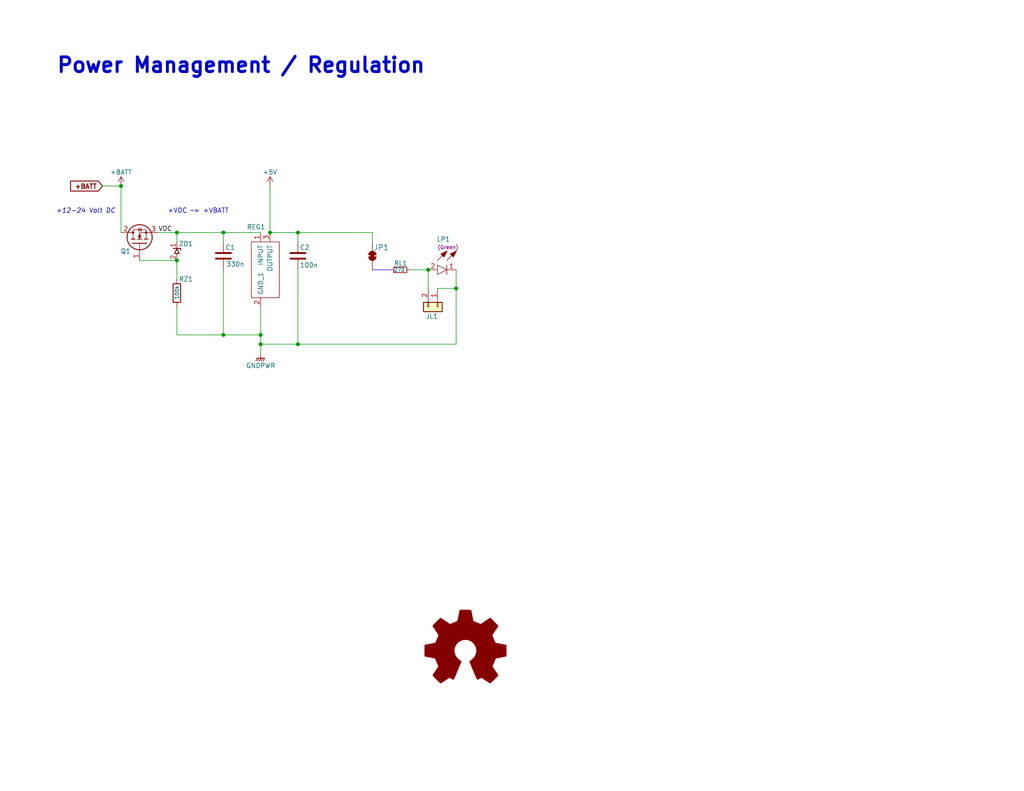
<source format=kicad_sch>
(kicad_sch (version 20211123) (generator eeschema)

  (uuid 2bae734b-43db-4e3c-b323-f361343f940f)

  (paper "USLetter")

  (title_block
    (date "2023-01-29")
    (rev "0.0.10")
    (comment 2 "creativecommons.org/licenses/by/4.0/")
    (comment 3 "License: CC By 4.0")
    (comment 4 "Author: Michael Cummings")
    (comment 5 "https://ohwr.org/project/cernohl/wikis/Documents/CERN-OHL-version-2")
    (comment 6 "Hardware License: CERN-OHL-W")
  )

  (lib_symbols
    (symbol "Connector_Generic:Conn_01x02" (pin_names (offset 1.016) hide) (in_bom yes) (on_board yes)
      (property "Reference" "J" (id 0) (at 0 2.54 0)
        (effects (font (size 1.27 1.27)))
      )
      (property "Value" "Conn_01x02" (id 1) (at 0 -5.08 0)
        (effects (font (size 1.27 1.27)))
      )
      (property "Footprint" "" (id 2) (at 0 0 0)
        (effects (font (size 1.27 1.27)) hide)
      )
      (property "Datasheet" "~" (id 3) (at 0 0 0)
        (effects (font (size 1.27 1.27)) hide)
      )
      (property "ki_keywords" "connector" (id 4) (at 0 0 0)
        (effects (font (size 1.27 1.27)) hide)
      )
      (property "ki_description" "Generic connector, single row, 01x02, script generated (kicad-library-utils/schlib/autogen/connector/)" (id 5) (at 0 0 0)
        (effects (font (size 1.27 1.27)) hide)
      )
      (property "ki_fp_filters" "Connector*:*_1x??_*" (id 6) (at 0 0 0)
        (effects (font (size 1.27 1.27)) hide)
      )
      (symbol "Conn_01x02_1_1"
        (rectangle (start -1.27 -2.413) (end 0 -2.667)
          (stroke (width 0.1524) (type default) (color 0 0 0 0))
          (fill (type none))
        )
        (rectangle (start -1.27 0.127) (end 0 -0.127)
          (stroke (width 0.1524) (type default) (color 0 0 0 0))
          (fill (type none))
        )
        (rectangle (start -1.27 1.27) (end 1.27 -3.81)
          (stroke (width 0.254) (type default) (color 0 0 0 0))
          (fill (type background))
        )
        (pin passive line (at -5.08 0 0) (length 3.81)
          (name "Pin_1" (effects (font (size 1.27 1.27))))
          (number "1" (effects (font (size 1.27 1.27))))
        )
        (pin passive line (at -5.08 -2.54 0) (length 3.81)
          (name "Pin_2" (effects (font (size 1.27 1.27))))
          (number "2" (effects (font (size 1.27 1.27))))
        )
      )
    )
    (symbol "Device:C" (pin_numbers hide) (pin_names (offset 0.254)) (in_bom yes) (on_board yes)
      (property "Reference" "C" (id 0) (at 0.635 2.54 0)
        (effects (font (size 1.27 1.27)) (justify left))
      )
      (property "Value" "C" (id 1) (at 0.635 -2.54 0)
        (effects (font (size 1.27 1.27)) (justify left))
      )
      (property "Footprint" "" (id 2) (at 0.9652 -3.81 0)
        (effects (font (size 1.27 1.27)) hide)
      )
      (property "Datasheet" "~" (id 3) (at 0 0 0)
        (effects (font (size 1.27 1.27)) hide)
      )
      (property "ki_keywords" "cap capacitor" (id 4) (at 0 0 0)
        (effects (font (size 1.27 1.27)) hide)
      )
      (property "ki_description" "Unpolarized capacitor" (id 5) (at 0 0 0)
        (effects (font (size 1.27 1.27)) hide)
      )
      (property "ki_fp_filters" "C_*" (id 6) (at 0 0 0)
        (effects (font (size 1.27 1.27)) hide)
      )
      (symbol "C_0_1"
        (polyline
          (pts
            (xy -2.032 -0.762)
            (xy 2.032 -0.762)
          )
          (stroke (width 0.508) (type default) (color 0 0 0 0))
          (fill (type none))
        )
        (polyline
          (pts
            (xy -2.032 0.762)
            (xy 2.032 0.762)
          )
          (stroke (width 0.508) (type default) (color 0 0 0 0))
          (fill (type none))
        )
      )
      (symbol "C_1_1"
        (pin passive line (at 0 3.81 270) (length 2.794)
          (name "~" (effects (font (size 1.27 1.27))))
          (number "1" (effects (font (size 1.27 1.27))))
        )
        (pin passive line (at 0 -3.81 90) (length 2.794)
          (name "~" (effects (font (size 1.27 1.27))))
          (number "2" (effects (font (size 1.27 1.27))))
        )
      )
    )
    (symbol "Device:R" (pin_numbers hide) (pin_names (offset 0)) (in_bom yes) (on_board yes)
      (property "Reference" "R" (id 0) (at 2.032 0 90)
        (effects (font (size 1.27 1.27)))
      )
      (property "Value" "R" (id 1) (at 0 0 90)
        (effects (font (size 1.27 1.27)))
      )
      (property "Footprint" "" (id 2) (at -1.778 0 90)
        (effects (font (size 1.27 1.27)) hide)
      )
      (property "Datasheet" "~" (id 3) (at 0 0 0)
        (effects (font (size 1.27 1.27)) hide)
      )
      (property "ki_keywords" "R res resistor" (id 4) (at 0 0 0)
        (effects (font (size 1.27 1.27)) hide)
      )
      (property "ki_description" "Resistor" (id 5) (at 0 0 0)
        (effects (font (size 1.27 1.27)) hide)
      )
      (property "ki_fp_filters" "R_*" (id 6) (at 0 0 0)
        (effects (font (size 1.27 1.27)) hide)
      )
      (symbol "R_0_1"
        (rectangle (start -1.016 -2.54) (end 1.016 2.54)
          (stroke (width 0.254) (type default) (color 0 0 0 0))
          (fill (type none))
        )
      )
      (symbol "R_1_1"
        (pin passive line (at 0 3.81 270) (length 1.27)
          (name "~" (effects (font (size 1.27 1.27))))
          (number "1" (effects (font (size 1.27 1.27))))
        )
        (pin passive line (at 0 -3.81 90) (length 1.27)
          (name "~" (effects (font (size 1.27 1.27))))
          (number "2" (effects (font (size 1.27 1.27))))
        )
      )
    )
    (symbol "Device:R_Small" (pin_numbers hide) (pin_names (offset 0.254) hide) (in_bom yes) (on_board yes)
      (property "Reference" "R" (id 0) (at 0.762 0.508 0)
        (effects (font (size 1.27 1.27)) (justify left))
      )
      (property "Value" "R_Small" (id 1) (at 0.762 -1.016 0)
        (effects (font (size 1.27 1.27)) (justify left))
      )
      (property "Footprint" "" (id 2) (at 0 0 0)
        (effects (font (size 1.27 1.27)) hide)
      )
      (property "Datasheet" "~" (id 3) (at 0 0 0)
        (effects (font (size 1.27 1.27)) hide)
      )
      (property "ki_keywords" "R resistor" (id 4) (at 0 0 0)
        (effects (font (size 1.27 1.27)) hide)
      )
      (property "ki_description" "Resistor, small symbol" (id 5) (at 0 0 0)
        (effects (font (size 1.27 1.27)) hide)
      )
      (property "ki_fp_filters" "R_*" (id 6) (at 0 0 0)
        (effects (font (size 1.27 1.27)) hide)
      )
      (symbol "R_Small_0_1"
        (rectangle (start -0.762 1.778) (end 0.762 -1.778)
          (stroke (width 0.2032) (type default) (color 0 0 0 0))
          (fill (type none))
        )
      )
      (symbol "R_Small_1_1"
        (pin passive line (at 0 2.54 270) (length 0.762)
          (name "~" (effects (font (size 1.27 1.27))))
          (number "1" (effects (font (size 1.27 1.27))))
        )
        (pin passive line (at 0 -2.54 90) (length 0.762)
          (name "~" (effects (font (size 1.27 1.27))))
          (number "2" (effects (font (size 1.27 1.27))))
        )
      )
    )
    (symbol "Graphic:Logo_Open_Hardware_Large" (pin_names (offset 1.016)) (in_bom yes) (on_board yes)
      (property "Reference" "#LOGO" (id 0) (at 0 12.7 0)
        (effects (font (size 1.27 1.27)) hide)
      )
      (property "Value" "Logo_Open_Hardware_Large" (id 1) (at 0 -10.16 0)
        (effects (font (size 1.27 1.27)) hide)
      )
      (property "Footprint" "" (id 2) (at 0 0 0)
        (effects (font (size 1.27 1.27)) hide)
      )
      (property "Datasheet" "~" (id 3) (at 0 0 0)
        (effects (font (size 1.27 1.27)) hide)
      )
      (property "ki_keywords" "Logo" (id 4) (at 0 0 0)
        (effects (font (size 1.27 1.27)) hide)
      )
      (property "ki_description" "Open Hardware logo, large" (id 5) (at 0 0 0)
        (effects (font (size 1.27 1.27)) hide)
      )
      (symbol "Logo_Open_Hardware_Large_1_1"
        (polyline
          (pts
            (xy 6.731 -8.7122)
            (xy 6.6294 -8.6614)
            (xy 6.35 -8.4836)
            (xy 5.9944 -8.255)
            (xy 5.5372 -7.9502)
            (xy 5.1054 -7.6454)
            (xy 4.7498 -7.4168)
            (xy 4.4958 -7.239)
            (xy 4.3942 -7.1882)
            (xy 4.318 -7.2136)
            (xy 4.1148 -7.3152)
            (xy 3.81 -7.4676)
            (xy 3.6322 -7.5692)
            (xy 3.3528 -7.6708)
            (xy 3.2258 -7.6962)
            (xy 3.2004 -7.6708)
            (xy 3.0988 -7.4676)
            (xy 2.9464 -7.0866)
            (xy 2.7178 -6.604)
            (xy 2.4892 -6.0452)
            (xy 2.2352 -5.4356)
            (xy 1.9558 -4.826)
            (xy 1.7272 -4.2164)
            (xy 1.4986 -3.683)
            (xy 1.3208 -3.2512)
            (xy 1.2192 -2.9464)
            (xy 1.1684 -2.8194)
            (xy 1.1938 -2.794)
            (xy 1.3208 -2.667)
            (xy 1.5748 -2.4892)
            (xy 2.0828 -2.0574)
            (xy 2.6162 -1.397)
            (xy 2.921 -0.6604)
            (xy 3.048 0.1524)
            (xy 2.9464 0.9144)
            (xy 2.6416 1.6256)
            (xy 2.1336 2.286)
            (xy 1.524 2.7686)
            (xy 0.8128 3.0734)
            (xy 0 3.175)
            (xy -0.762 3.0988)
            (xy -1.4986 2.794)
            (xy -2.159 2.286)
            (xy -2.4384 1.9812)
            (xy -2.8194 1.3208)
            (xy -3.048 0.6096)
            (xy -3.0734 0.4318)
            (xy -3.0226 -0.3556)
            (xy -2.794 -1.0922)
            (xy -2.3876 -1.7526)
            (xy -1.8288 -2.3114)
            (xy -1.7526 -2.3622)
            (xy -1.4732 -2.5654)
            (xy -1.2954 -2.6924)
            (xy -1.1684 -2.8194)
            (xy -2.159 -5.207)
            (xy -2.3114 -5.588)
            (xy -2.5908 -6.2484)
            (xy -2.8194 -6.8072)
            (xy -3.0226 -7.2644)
            (xy -3.1496 -7.5692)
            (xy -3.2258 -7.6708)
            (xy -3.2258 -7.6962)
            (xy -3.302 -7.6962)
            (xy -3.4798 -7.6454)
            (xy -3.8354 -7.4676)
            (xy -4.0386 -7.366)
            (xy -4.2926 -7.239)
            (xy -4.4196 -7.1882)
            (xy -4.5212 -7.239)
            (xy -4.7498 -7.3914)
            (xy -5.1054 -7.6454)
            (xy -5.5372 -7.9248)
            (xy -5.9436 -8.2042)
            (xy -6.3246 -8.4582)
            (xy -6.604 -8.636)
            (xy -6.731 -8.7122)
            (xy -6.7564 -8.7122)
            (xy -6.858 -8.636)
            (xy -7.0866 -8.4582)
            (xy -7.4168 -8.1534)
            (xy -7.874 -7.6962)
            (xy -7.9502 -7.62)
            (xy -8.3312 -7.239)
            (xy -8.636 -6.9088)
            (xy -8.8392 -6.6802)
            (xy -8.9154 -6.5786)
            (xy -8.9154 -6.5786)
            (xy -8.8392 -6.4516)
            (xy -8.6614 -6.1722)
            (xy -8.4328 -5.7912)
            (xy -8.128 -5.3594)
            (xy -7.3152 -4.191)
            (xy -7.7724 -3.0988)
            (xy -7.8994 -2.7686)
            (xy -8.0772 -2.3622)
            (xy -8.2042 -2.0828)
            (xy -8.255 -1.9558)
            (xy -8.382 -1.905)
            (xy -8.6614 -1.8542)
            (xy -9.0932 -1.7526)
            (xy -9.6266 -1.651)
            (xy -10.1092 -1.5748)
            (xy -10.541 -1.4732)
            (xy -10.8712 -1.4224)
            (xy -11.0236 -1.397)
            (xy -11.049 -1.3716)
            (xy -11.0744 -1.2954)
            (xy -11.0998 -1.143)
            (xy -11.0998 -0.889)
            (xy -11.1252 -0.4572)
            (xy -11.1252 0.1524)
            (xy -11.1252 0.2286)
            (xy -11.0998 0.8128)
            (xy -11.0998 1.27)
            (xy -11.0744 1.5494)
            (xy -11.0744 1.6764)
            (xy -11.0744 1.6764)
            (xy -10.922 1.7018)
            (xy -10.6172 1.778)
            (xy -10.16 1.8542)
            (xy -9.652 1.9558)
            (xy -9.6012 1.9812)
            (xy -9.0932 2.0828)
            (xy -8.636 2.159)
            (xy -8.3312 2.2352)
            (xy -8.2042 2.286)
            (xy -8.1788 2.3114)
            (xy -8.0772 2.5146)
            (xy -7.9248 2.8448)
            (xy -7.747 3.2512)
            (xy -7.5692 3.6576)
            (xy -7.4168 4.0386)
            (xy -7.3152 4.318)
            (xy -7.2898 4.445)
            (xy -7.2898 4.445)
            (xy -7.366 4.572)
            (xy -7.5438 4.826)
            (xy -7.7978 5.207)
            (xy -8.128 5.6642)
            (xy -8.128 5.6896)
            (xy -8.4328 6.1468)
            (xy -8.6868 6.5278)
            (xy -8.8392 6.7818)
            (xy -8.9154 6.9088)
            (xy -8.9154 6.9088)
            (xy -8.8138 7.0358)
            (xy -8.5852 7.2898)
            (xy -8.255 7.6454)
            (xy -7.874 8.0264)
            (xy -7.747 8.1534)
            (xy -7.3152 8.5852)
            (xy -7.0104 8.8646)
            (xy -6.8326 8.9916)
            (xy -6.731 9.0424)
            (xy -6.731 9.0424)
            (xy -6.604 8.9408)
            (xy -6.3246 8.763)
            (xy -5.9436 8.509)
            (xy -5.4864 8.2042)
            (xy -5.461 8.1788)
            (xy -5.0038 7.874)
            (xy -4.6482 7.62)
            (xy -4.3688 7.4422)
            (xy -4.2672 7.3914)
            (xy -4.2418 7.3914)
            (xy -4.064 7.4422)
            (xy -3.7338 7.5438)
            (xy -3.3528 7.6962)
            (xy -2.9464 7.874)
            (xy -2.5654 8.0264)
            (xy -2.286 8.1534)
            (xy -2.159 8.2296)
            (xy -2.159 8.2296)
            (xy -2.1082 8.382)
            (xy -2.032 8.7122)
            (xy -1.9304 9.1694)
            (xy -1.8288 9.7282)
            (xy -1.8034 9.8044)
            (xy -1.7018 10.3378)
            (xy -1.6256 10.7696)
            (xy -1.5748 11.0744)
            (xy -1.524 11.2014)
            (xy -1.4478 11.2268)
            (xy -1.1938 11.2522)
            (xy -0.8128 11.2522)
            (xy -0.3302 11.2522)
            (xy 0.1524 11.2522)
            (xy 0.6604 11.2522)
            (xy 1.0668 11.2268)
            (xy 1.3716 11.2014)
            (xy 1.4986 11.176)
            (xy 1.4986 11.176)
            (xy 1.5494 11.0236)
            (xy 1.6256 10.6934)
            (xy 1.7018 10.2108)
            (xy 1.8288 9.6774)
            (xy 1.8288 9.5758)
            (xy 1.9304 9.0424)
            (xy 2.032 8.6106)
            (xy 2.0828 8.3058)
            (xy 2.1336 8.2042)
            (xy 2.159 8.1788)
            (xy 2.3876 8.0772)
            (xy 2.7432 7.9248)
            (xy 3.175 7.747)
            (xy 4.191 7.3406)
            (xy 5.461 8.2042)
            (xy 5.5626 8.2804)
            (xy 6.0198 8.5852)
            (xy 6.3754 8.8392)
            (xy 6.6294 8.9916)
            (xy 6.7564 9.0424)
            (xy 6.7564 9.0424)
            (xy 6.8834 8.9408)
            (xy 7.1374 8.7122)
            (xy 7.4676 8.382)
            (xy 7.8486 7.9756)
            (xy 8.1534 7.6962)
            (xy 8.4836 7.3406)
            (xy 8.7122 7.112)
            (xy 8.8392 6.9596)
            (xy 8.8646 6.858)
            (xy 8.8646 6.8072)
            (xy 8.7884 6.6802)
            (xy 8.6106 6.4008)
            (xy 8.3312 6.0198)
            (xy 8.0264 5.588)
            (xy 7.7978 5.207)
            (xy 7.5184 4.8006)
            (xy 7.3406 4.4958)
            (xy 7.2898 4.3434)
            (xy 7.2898 4.2926)
            (xy 7.3914 4.0386)
            (xy 7.5184 3.683)
            (xy 7.7216 3.2258)
            (xy 8.1534 2.2352)
            (xy 8.7884 2.1082)
            (xy 9.1948 2.0574)
            (xy 9.7536 1.9304)
            (xy 10.2616 1.8288)
            (xy 11.0998 1.6764)
            (xy 11.1252 -1.3208)
            (xy 10.9982 -1.3716)
            (xy 10.8712 -1.397)
            (xy 10.5664 -1.4732)
            (xy 10.1346 -1.5494)
            (xy 9.6266 -1.651)
            (xy 9.1948 -1.7272)
            (xy 8.7376 -1.8288)
            (xy 8.4328 -1.8796)
            (xy 8.2804 -1.905)
            (xy 8.255 -1.9558)
            (xy 8.1534 -2.159)
            (xy 7.9756 -2.5146)
            (xy 7.8232 -2.921)
            (xy 7.6454 -3.3274)
            (xy 7.493 -3.7338)
            (xy 7.366 -4.0132)
            (xy 7.3406 -4.191)
            (xy 7.3914 -4.2926)
            (xy 7.5692 -4.5466)
            (xy 7.7978 -4.9276)
            (xy 8.1026 -5.3594)
            (xy 8.4074 -5.7912)
            (xy 8.6614 -6.1722)
            (xy 8.8138 -6.4262)
            (xy 8.89 -6.5532)
            (xy 8.8646 -6.6548)
            (xy 8.6868 -6.858)
            (xy 8.3566 -7.1882)
            (xy 7.874 -7.6708)
            (xy 7.7978 -7.747)
            (xy 7.3914 -8.128)
            (xy 7.0612 -8.4328)
            (xy 6.8326 -8.636)
            (xy 6.731 -8.7122)
          )
          (stroke (width 0) (type default) (color 0 0 0 0))
          (fill (type outline))
        )
      )
    )
    (symbol "Jumper:SolderJumper_2_Bridged" (pin_numbers hide) (pin_names (offset 0) hide) (in_bom yes) (on_board yes)
      (property "Reference" "JP" (id 0) (at 0 2.032 0)
        (effects (font (size 1.27 1.27)))
      )
      (property "Value" "SolderJumper_2_Bridged" (id 1) (at 0 -2.54 0)
        (effects (font (size 1.27 1.27)))
      )
      (property "Footprint" "" (id 2) (at 0 0 0)
        (effects (font (size 1.27 1.27)) hide)
      )
      (property "Datasheet" "~" (id 3) (at 0 0 0)
        (effects (font (size 1.27 1.27)) hide)
      )
      (property "ki_keywords" "solder jumper SPST" (id 4) (at 0 0 0)
        (effects (font (size 1.27 1.27)) hide)
      )
      (property "ki_description" "Solder Jumper, 2-pole, closed/bridged" (id 5) (at 0 0 0)
        (effects (font (size 1.27 1.27)) hide)
      )
      (property "ki_fp_filters" "SolderJumper*Bridged*" (id 6) (at 0 0 0)
        (effects (font (size 1.27 1.27)) hide)
      )
      (symbol "SolderJumper_2_Bridged_0_1"
        (rectangle (start -0.508 0.508) (end 0.508 -0.508)
          (stroke (width 0) (type default) (color 0 0 0 0))
          (fill (type outline))
        )
        (arc (start -0.254 1.016) (mid -1.27 0) (end -0.254 -1.016)
          (stroke (width 0) (type default) (color 0 0 0 0))
          (fill (type none))
        )
        (arc (start -0.254 1.016) (mid -1.27 0) (end -0.254 -1.016)
          (stroke (width 0) (type default) (color 0 0 0 0))
          (fill (type outline))
        )
        (polyline
          (pts
            (xy -0.254 1.016)
            (xy -0.254 -1.016)
          )
          (stroke (width 0) (type default) (color 0 0 0 0))
          (fill (type none))
        )
        (polyline
          (pts
            (xy 0.254 1.016)
            (xy 0.254 -1.016)
          )
          (stroke (width 0) (type default) (color 0 0 0 0))
          (fill (type none))
        )
        (arc (start 0.254 -1.016) (mid 1.27 0) (end 0.254 1.016)
          (stroke (width 0) (type default) (color 0 0 0 0))
          (fill (type none))
        )
        (arc (start 0.254 -1.016) (mid 1.27 0) (end 0.254 1.016)
          (stroke (width 0) (type default) (color 0 0 0 0))
          (fill (type outline))
        )
      )
      (symbol "SolderJumper_2_Bridged_1_1"
        (pin passive line (at -3.81 0 0) (length 2.54)
          (name "A" (effects (font (size 1.27 1.27))))
          (number "1" (effects (font (size 1.27 1.27))))
        )
        (pin passive line (at 3.81 0 180) (length 2.54)
          (name "B" (effects (font (size 1.27 1.27))))
          (number "2" (effects (font (size 1.27 1.27))))
        )
      )
    )
    (symbol "dragon_mobile:BZD27C10P-M3-08" (pin_names (offset 0.254)) (in_bom yes) (on_board yes)
      (property "Reference" "ZD" (id 0) (at 0 2.286 0)
        (effects (font (size 1.27 1.27)))
      )
      (property "Value" "BZD27C10P-M3-08" (id 1) (at 19.685 -5.715 0)
        (effects (font (size 1.27 1.27)) hide)
      )
      (property "Footprint" "Picow_control:BZD27C10P-M3-08" (id 2) (at 10.16 -7.62 0)
        (effects (font (size 1.27 1.27)) (justify left) hide)
      )
      (property "Datasheet" "https://www.vishay.com/docs/85155/bzd27c-mseries.pdf" (id 3) (at 10.16 -10.16 0)
        (effects (font (size 1.27 1.27)) (justify left) hide)
      )
      (property "Description" "ZENER DIODE 10V SMF DO219-M3" (id 4) (at 10.16 -12.7 0)
        (effects (font (size 1.27 1.27)) (justify left) hide)
      )
      (property "MFN" "Vishay Semiconductors" (id 5) (at 10.16 -15.24 0)
        (effects (font (size 1.27 1.27)) (justify left) hide)
      )
      (property "MFP" "BZD27C10P-M3-08" (id 6) (at 10.16 -17.78 0)
        (effects (font (size 1.27 1.27)) (justify left) hide)
      )
      (property "Package" "SMF (DO-219AB)" (id 7) (at 10.16 -20.32 0)
        (effects (font (size 1.27 1.27)) (justify left) hide)
      )
      (property "Type" "SMD" (id 8) (at 10.16 -22.86 0)
        (effects (font (size 1.27 1.27)) (justify left) hide)
      )
      (property "Your Instructions/Notes" "" (id 9) (at 0 0 0)
        (effects (font (size 1.27 1.27)) (justify left) hide)
      )
      (property "Characteristics" "10V 800mW" (id 10) (at 10.16 -25.4 0)
        (effects (font (size 1.27 1.27)) (justify left) hide)
      )
      (property "Height (mm)" "1.08" (id 11) (at 10.16 -27.94 0)
        (effects (font (size 1.27 1.27)) (justify left) hide)
      )
      (property "Mouser Part Number" "78-BZD27C10P-M3-08" (id 12) (at 10.16 -30.48 0)
        (effects (font (size 1.27 1.27)) (justify left) hide)
      )
      (property "Mouser Price/Stock" "https://www.mouser.com/ProductDetail/Vishay-Semiconductors/BZD27C10P-M3-08?qs=asPD7ZL2j3UxMjkDKVygLw%3D%3D" (id 13) (at 10.16 -33.02 0)
        (effects (font (size 1.27 1.27)) (justify left) hide)
      )
      (property "ki_keywords" "diode, zener diode" (id 14) (at 0 0 0)
        (effects (font (size 1.27 1.27)) hide)
      )
      (property "ki_description" "Zener diode, 10V 800mW SMF (SO219-AB" (id 15) (at 0 0 0)
        (effects (font (size 1.27 1.27)) hide)
      )
      (property "ki_fp_filters" "TO-???* *_Diode_* *SingleDiode* D_*" (id 16) (at 0 0 0)
        (effects (font (size 1.27 1.27)) hide)
      )
      (symbol "BZD27C10P-M3-08_0_1"
        (polyline
          (pts
            (xy -0.254 1.016)
            (xy -0.762 1.016)
            (xy -0.762 -1.016)
          )
          (stroke (width 0.254) (type default) (color 0 0 0 0))
          (fill (type none))
        )
        (polyline
          (pts
            (xy 0.635 0.635)
            (xy -0.635 0)
            (xy 0.635 -0.635)
            (xy 0.635 0.635)
          )
          (stroke (width 0.254) (type default) (color 0 0 0 0))
          (fill (type none))
        )
      )
      (symbol "BZD27C10P-M3-08_1_1"
        (pin passive line (at -2.54 0 0) (length 1.778)
          (name "" (effects (font (size 1.27 1.27))))
          (number "1" (effects (font (size 1.27 1.27))))
        )
        (pin passive line (at 2.54 0 180) (length 1.778)
          (name "" (effects (font (size 1.27 1.27))))
          (number "2" (effects (font (size 1.27 1.27))))
        )
      )
    )
    (symbol "dragon_mobile:IRF4905PBF" (pin_names (offset 0.762)) (in_bom yes) (on_board yes)
      (property "Reference" "Q" (id 0) (at 0 -1.905 0)
        (effects (font (size 1.27 1.27)))
      )
      (property "Value" "IRF4905PBF" (id 1) (at 11.43 1.27 0)
        (effects (font (size 1.27 1.27)) (justify left))
      )
      (property "Footprint" "dragon_mobile:TO254P469X1042X1967-3P" (id 2) (at 11.43 -3.81 0)
        (effects (font (size 1.27 1.27)) (justify left) hide)
      )
      (property "Datasheet" "https://datasheet.datasheetarchive.com/originals/distributors/Datasheets_SAMA/e52aa5f51fe2980ce3912b85b4d53dd4.pdf" (id 3) (at 11.43 -6.35 0)
        (effects (font (size 1.27 1.27)) (justify left) hide)
      )
      (property "Description" "P-channel MOSFET,IRF4905 64A 55V" (id 4) (at 11.43 -8.89 0)
        (effects (font (size 1.27 1.27)) (justify left) hide)
      )
      (property "Manufacturer_Name" "Infineon" (id 5) (at 11.43 -19.05 0)
        (effects (font (size 1.27 1.27)) (justify left) hide)
      )
      (property "Manufacturer_Part_Number" "IRF4905PBF" (id 6) (at 11.43 -21.59 0)
        (effects (font (size 1.27 1.27)) (justify left) hide)
      )
      (property "Height (mm)" "4.69" (id 7) (at 11.43 -11.43 0)
        (effects (font (size 1.27 1.27)) (justify left) hide)
      )
      (property "Mouser Part Number" "942-IRF4905PBF" (id 8) (at 11.43 -13.97 0)
        (effects (font (size 1.27 1.27)) (justify left) hide)
      )
      (property "Mouser Price/Stock" "https://www.mouser.com/ProductDetail/Infineon-IR/IRF4905PBF?qs=9%252BKlkBgLFf39l0HsWdxvdw%3D%3D" (id 9) (at 11.43 -16.51 0)
        (effects (font (size 1.27 1.27)) (justify left) hide)
      )
      (property "ki_keywords" "fet mosfet transistor" (id 10) (at 0 0 0)
        (effects (font (size 1.27 1.27)) hide)
      )
      (property "ki_description" "P-channel MOSFET,IRF4905 64A 55V" (id 11) (at 0 0 0)
        (effects (font (size 1.27 1.27)) hide)
      )
      (symbol "IRF4905PBF_0_1"
        (polyline
          (pts
            (xy 4.699 0)
            (xy 2.54 0)
          )
          (stroke (width 0) (type default) (color 0 0 0 0))
          (fill (type none))
        )
        (polyline
          (pts
            (xy 4.699 1.905)
            (xy 4.699 -1.905)
          )
          (stroke (width 0.254) (type default) (color 0 0 0 0))
          (fill (type none))
        )
        (polyline
          (pts
            (xy 5.842 -1.27)
            (xy 5.842 -2.286)
          )
          (stroke (width 0.254) (type default) (color 0 0 0 0))
          (fill (type none))
        )
        (polyline
          (pts
            (xy 5.842 0.508)
            (xy 5.842 -0.508)
          )
          (stroke (width 0.254) (type default) (color 0 0 0 0))
          (fill (type none))
        )
        (polyline
          (pts
            (xy 5.842 2.286)
            (xy 5.842 1.27)
          )
          (stroke (width 0.254) (type default) (color 0 0 0 0))
          (fill (type none))
        )
        (polyline
          (pts
            (xy 7.62 2.54)
            (xy 7.62 1.778)
          )
          (stroke (width 0) (type default) (color 0 0 0 0))
          (fill (type none))
        )
        (polyline
          (pts
            (xy 7.62 -2.54)
            (xy 7.62 0)
            (xy 5.842 0)
          )
          (stroke (width 0) (type default) (color 0 0 0 0))
          (fill (type none))
        )
        (polyline
          (pts
            (xy 5.842 1.778)
            (xy 8.382 1.778)
            (xy 8.382 -1.778)
            (xy 5.842 -1.778)
          )
          (stroke (width 0) (type default) (color 0 0 0 0))
          (fill (type none))
        )
        (polyline
          (pts
            (xy 7.366 0)
            (xy 6.35 0.381)
            (xy 6.35 -0.381)
            (xy 7.366 0)
          )
          (stroke (width 0) (type default) (color 0 0 0 0))
          (fill (type outline))
        )
        (polyline
          (pts
            (xy 7.874 -0.508)
            (xy 8.001 -0.381)
            (xy 8.763 -0.381)
            (xy 8.89 -0.254)
          )
          (stroke (width 0) (type default) (color 0 0 0 0))
          (fill (type none))
        )
        (polyline
          (pts
            (xy 8.382 -0.381)
            (xy 8.001 0.254)
            (xy 8.763 0.254)
            (xy 8.382 -0.381)
          )
          (stroke (width 0) (type default) (color 0 0 0 0))
          (fill (type none))
        )
        (circle (center 6.35 0) (radius 3.429)
          (stroke (width 0.254) (type default) (color 0 0 0 0))
          (fill (type none))
        )
        (circle (center 7.62 -1.778) (radius 0.254)
          (stroke (width 0) (type default) (color 0 0 0 0))
          (fill (type outline))
        )
        (circle (center 7.62 1.778) (radius 0.254)
          (stroke (width 0) (type default) (color 0 0 0 0))
          (fill (type outline))
        )
      )
      (symbol "IRF4905PBF_1_1"
        (pin input line (at 0 0 0) (length 2.54)
          (name "" (effects (font (size 1.27 1.27))))
          (number "1" (effects (font (size 1.27 1.27))))
        )
        (pin passive line (at 7.62 5.08 270) (length 2.54)
          (name "" (effects (font (size 1.27 1.27))))
          (number "2" (effects (font (size 1.27 1.27))))
        )
        (pin passive line (at 7.62 -5.08 90) (length 2.54)
          (name "" (effects (font (size 1.27 1.27))))
          (number "3" (effects (font (size 1.27 1.27))))
        )
      )
    )
    (symbol "dragon_mobile:LM7805MPX_NOPB" (pin_names (offset 0.762)) (in_bom yes) (on_board yes)
      (property "Reference" "REG" (id 0) (at -3.81 1.905 0)
        (effects (font (size 1.27 1.27)) (justify left))
      )
      (property "Value" "LM7805MPX_NOPB" (id 1) (at 0 -58.42 0)
        (effects (font (size 1.27 1.27)) (justify left))
      )
      (property "Footprint" "Package_TO_SOT_SMD:SOT-223" (id 2) (at 0 -38.1 0)
        (effects (font (size 1.27 1.27)) (justify left) hide)
      )
      (property "Datasheet" "https://www.arrow.com/en/products/lm7805mpxnopb/texas-instruments" (id 3) (at 0 -40.64 0)
        (effects (font (size 1.27 1.27)) (justify left) hide)
      )
      (property "Description" "Linear Voltage Regulators 1.5-A, Wide VIN Fixed Voltage Regulators 4-SOT-223 0 to 0" (id 4) (at 0 -43.18 0)
        (effects (font (size 1.27 1.27)) (justify left) hide)
      )
      (property "Height" "1.8" (id 5) (at 0 -45.72 0)
        (effects (font (size 1.27 1.27)) (justify left) hide)
      )
      (property "Mouser Part Number" "595-LM7805MPX/NOPB" (id 6) (at 0 -48.26 0)
        (effects (font (size 1.27 1.27)) (justify left) hide)
      )
      (property "Mouser Price/Stock" "https://www.mouser.com/ProductDetail/Texas-Instruments/LM7805MPX-NOPB?qs=gO6GG99qvRCSwIVAoVKHPw%3D%3D" (id 7) (at 0 -50.8 0)
        (effects (font (size 1.27 1.27)) (justify left) hide)
      )
      (property "Manufacturer_Name" "Texas Instruments" (id 8) (at 0 -53.34 0)
        (effects (font (size 1.27 1.27)) (justify left) hide)
      )
      (property "Manufacturer_Part_Number" "LM7805MPX/NOPB" (id 9) (at 0 -55.88 0)
        (effects (font (size 1.27 1.27)) (justify left) hide)
      )
      (property "ki_description" "Linear Voltage Regulators 1.5-A, Wide VIN Fixed Voltage Regulators 4-SOT-223 0 to 0" (id 10) (at 0 0 0)
        (effects (font (size 1.27 1.27)) hide)
      )
      (symbol "LM7805MPX_NOPB_0_0"
        (pin power_in line (at 2.54 2.54 270) (length 2.54)
          (name "INPUT" (effects (font (size 1.27 1.27))))
          (number "1" (effects (font (size 1.27 1.27))))
        )
        (pin power_out line (at 2.54 -17.78 90) (length 2.54)
          (name "GND_1" (effects (font (size 1.27 1.27))))
          (number "2" (effects (font (size 1.27 1.27))))
        )
        (pin power_out line (at 5.08 2.54 270) (length 2.54)
          (name "OUTPUT" (effects (font (size 1.27 1.27))))
          (number "3" (effects (font (size 1.27 1.27))))
        )
        (pin passive line (at 2.54 -17.78 90) (length 2.54) hide
          (name "GND_2" (effects (font (size 1.27 1.27))))
          (number "4" (effects (font (size 1.27 1.27))))
        )
      )
      (symbol "LM7805MPX_NOPB_0_1"
        (rectangle (start 0 0) (end 7.62 -15.24)
          (stroke (width 0) (type default) (color 0 0 0 0))
          (fill (type none))
        )
      )
    )
    (symbol "dragon_mobile:LTST-C190KGKT" (pin_names (offset 0.762)) (in_bom yes) (on_board yes)
      (property "Reference" "LEDP1" (id 0) (at 2.54 6.35 0)
        (effects (font (size 1 1)))
      )
      (property "Value" "LTST-C190KGKT" (id 1) (at 6.35 -2.54 0)
        (effects (font (size 1 1)) hide)
      )
      (property "Footprint" "dragon_mobile:LEDC1608X80N" (id 2) (at 0 -7.62 0)
        (effects (font (size 1 1)) (justify left) hide)
      )
      (property "Datasheet" "https://optoelectronics.liteon.com/upload/download/DS22-2000-074/LTST-C190KGKT.PDF" (id 3) (at 0 -9.525 0)
        (effects (font (size 1 1)) (justify left) hide)
      )
      (property "Description" "Green LED (571 nm); Rectangle Lens; Top Viewing; 1608 (0603) SMD Package" (id 4) (at 0 -11.43 0)
        (effects (font (size 1 1)) (justify left) hide)
      )
      (property "MFN" "Lite-On" (id 5) (at 0 -15.24 0)
        (effects (font (size 1 1)) (justify left) hide)
      )
      (property "MFP" "LTST-C190KGKT" (id 6) (at 0 -13.335 0)
        (effects (font (size 1 1)) (justify left) hide)
      )
      (property "Package" "0603" (id 7) (at 0 -17.145 0)
        (effects (font (size 1 1)) (justify left) hide)
      )
      (property "Type" "SMD" (id 8) (at 0 -19.05 0)
        (effects (font (size 1 1)) (justify left) hide)
      )
      (property "Your Instructions/Notes" "~" (id 9) (at 0 -20.955 0)
        (effects (font (size 1 1)) (justify left) hide)
      )
      (property "Height (mm)" "0.80" (id 10) (at 0 -22.86 0)
        (effects (font (size 1 1)) (justify left) hide)
      )
      (property "Characteristics" "Green LED (571 nm); Rectangle Lens; Top Viewing; 1608 (0603) SMD Package" (id 11) (at 0 -24.765 0)
        (effects (font (size 1 1)) (justify left) hide)
      )
      (property "Mouser Part Number" "859-LTST-C190KGKT" (id 12) (at 0 -26.67 0)
        (effects (font (size 1 1)) (justify left) hide)
      )
      (property "Mouser Price/Stock" "https://www.mouser.com/ProductDetail/Lite-On/LTST-C190KGKT?qs=205qCy6M2Q%252BAdcgwUZktqw%3D%3D" (id 13) (at 0 -28.575 0)
        (effects (font (size 1 1)) (justify left) hide)
      )
      (property "ki_keywords" "Green LED SMD" (id 14) (at 0 0 0)
        (effects (font (size 1.27 1.27)) hide)
      )
      (property "ki_description" "Lite-On LTST-C190KGKT, 571 nm Green LED, 1608 (0603) SMD package" (id 15) (at 0 0 0)
        (effects (font (size 1.27 1.27)) hide)
      )
      (symbol "LTST-C190KGKT_0_0"
        (pin passive line (at 0 0 0) (length 2.54)
          (name "~" (effects (font (size 1.27 1.27))))
          (number "1" (effects (font (size 1.27 1.27))))
        )
        (pin passive line (at 7.62 0 180) (length 2.54)
          (name "~" (effects (font (size 1.27 1.27))))
          (number "2" (effects (font (size 1.27 1.27))))
        )
      )
      (symbol "LTST-C190KGKT_0_1"
        (polyline
          (pts
            (xy 2.54 1.27)
            (xy 2.54 -1.27)
          )
          (stroke (width 0.1524) (type default) (color 0 0 0 0))
          (fill (type none))
        )
        (polyline
          (pts
            (xy 2.54 2.54)
            (xy 0 5.08)
          )
          (stroke (width 0.1524) (type default) (color 0 0 0 0))
          (fill (type none))
        )
        (polyline
          (pts
            (xy 5.08 2.54)
            (xy 2.54 5.08)
          )
          (stroke (width 0.1524) (type default) (color 0 0 0 0))
          (fill (type none))
        )
        (polyline
          (pts
            (xy 1.524 4.318)
            (xy 0.762 3.556)
            (xy 0 5.08)
            (xy 1.524 4.318)
          )
          (stroke (width 0.254) (type default) (color 0 0 0 0))
          (fill (type outline))
        )
        (polyline
          (pts
            (xy 2.54 0)
            (xy 5.08 1.27)
            (xy 5.08 -1.27)
            (xy 2.54 0)
          )
          (stroke (width 0) (type default) (color 0 0 0 0))
          (fill (type none))
        )
        (polyline
          (pts
            (xy 4.064 4.318)
            (xy 3.302 3.556)
            (xy 2.54 5.08)
            (xy 4.064 4.318)
          )
          (stroke (width 0.254) (type default) (color 0 0 0 0))
          (fill (type outline))
        )
      )
    )
    (symbol "power:+5V" (power) (pin_names (offset 0)) (in_bom yes) (on_board yes)
      (property "Reference" "#PWR" (id 0) (at 0 -3.81 0)
        (effects (font (size 1.27 1.27)) hide)
      )
      (property "Value" "+5V" (id 1) (at 0 3.556 0)
        (effects (font (size 1.27 1.27)))
      )
      (property "Footprint" "" (id 2) (at 0 0 0)
        (effects (font (size 1.27 1.27)) hide)
      )
      (property "Datasheet" "" (id 3) (at 0 0 0)
        (effects (font (size 1.27 1.27)) hide)
      )
      (property "ki_keywords" "power-flag" (id 4) (at 0 0 0)
        (effects (font (size 1.27 1.27)) hide)
      )
      (property "ki_description" "Power symbol creates a global label with name \"+5V\"" (id 5) (at 0 0 0)
        (effects (font (size 1.27 1.27)) hide)
      )
      (symbol "+5V_0_1"
        (polyline
          (pts
            (xy -0.762 1.27)
            (xy 0 2.54)
          )
          (stroke (width 0) (type default) (color 0 0 0 0))
          (fill (type none))
        )
        (polyline
          (pts
            (xy 0 0)
            (xy 0 2.54)
          )
          (stroke (width 0) (type default) (color 0 0 0 0))
          (fill (type none))
        )
        (polyline
          (pts
            (xy 0 2.54)
            (xy 0.762 1.27)
          )
          (stroke (width 0) (type default) (color 0 0 0 0))
          (fill (type none))
        )
      )
      (symbol "+5V_1_1"
        (pin power_in line (at 0 0 90) (length 0) hide
          (name "+5V" (effects (font (size 1.27 1.27))))
          (number "1" (effects (font (size 1.27 1.27))))
        )
      )
    )
    (symbol "power:+BATT" (power) (pin_names (offset 0)) (in_bom yes) (on_board yes)
      (property "Reference" "#PWR" (id 0) (at 0 -3.81 0)
        (effects (font (size 1.27 1.27)) hide)
      )
      (property "Value" "+BATT" (id 1) (at 0 3.556 0)
        (effects (font (size 1.27 1.27)))
      )
      (property "Footprint" "" (id 2) (at 0 0 0)
        (effects (font (size 1.27 1.27)) hide)
      )
      (property "Datasheet" "" (id 3) (at 0 0 0)
        (effects (font (size 1.27 1.27)) hide)
      )
      (property "ki_keywords" "power-flag battery" (id 4) (at 0 0 0)
        (effects (font (size 1.27 1.27)) hide)
      )
      (property "ki_description" "Power symbol creates a global label with name \"+BATT\"" (id 5) (at 0 0 0)
        (effects (font (size 1.27 1.27)) hide)
      )
      (symbol "+BATT_0_1"
        (polyline
          (pts
            (xy -0.762 1.27)
            (xy 0 2.54)
          )
          (stroke (width 0) (type default) (color 0 0 0 0))
          (fill (type none))
        )
        (polyline
          (pts
            (xy 0 0)
            (xy 0 2.54)
          )
          (stroke (width 0) (type default) (color 0 0 0 0))
          (fill (type none))
        )
        (polyline
          (pts
            (xy 0 2.54)
            (xy 0.762 1.27)
          )
          (stroke (width 0) (type default) (color 0 0 0 0))
          (fill (type none))
        )
      )
      (symbol "+BATT_1_1"
        (pin power_in line (at 0 0 90) (length 0) hide
          (name "+BATT" (effects (font (size 1.27 1.27))))
          (number "1" (effects (font (size 1.27 1.27))))
        )
      )
    )
    (symbol "power:GNDPWR" (power) (pin_names (offset 0)) (in_bom yes) (on_board yes)
      (property "Reference" "#PWR" (id 0) (at 0 -5.08 0)
        (effects (font (size 1.27 1.27)) hide)
      )
      (property "Value" "GNDPWR" (id 1) (at 0 -3.302 0)
        (effects (font (size 1.27 1.27)))
      )
      (property "Footprint" "" (id 2) (at 0 -1.27 0)
        (effects (font (size 1.27 1.27)) hide)
      )
      (property "Datasheet" "" (id 3) (at 0 -1.27 0)
        (effects (font (size 1.27 1.27)) hide)
      )
      (property "ki_keywords" "power-flag" (id 4) (at 0 0 0)
        (effects (font (size 1.27 1.27)) hide)
      )
      (property "ki_description" "Power symbol creates a global label with name \"GNDPWR\" , power ground" (id 5) (at 0 0 0)
        (effects (font (size 1.27 1.27)) hide)
      )
      (symbol "GNDPWR_0_1"
        (polyline
          (pts
            (xy 0 -1.27)
            (xy 0 0)
          )
          (stroke (width 0) (type default) (color 0 0 0 0))
          (fill (type none))
        )
        (polyline
          (pts
            (xy -1.016 -1.27)
            (xy -1.27 -2.032)
            (xy -1.27 -2.032)
          )
          (stroke (width 0.2032) (type default) (color 0 0 0 0))
          (fill (type none))
        )
        (polyline
          (pts
            (xy -0.508 -1.27)
            (xy -0.762 -2.032)
            (xy -0.762 -2.032)
          )
          (stroke (width 0.2032) (type default) (color 0 0 0 0))
          (fill (type none))
        )
        (polyline
          (pts
            (xy 0 -1.27)
            (xy -0.254 -2.032)
            (xy -0.254 -2.032)
          )
          (stroke (width 0.2032) (type default) (color 0 0 0 0))
          (fill (type none))
        )
        (polyline
          (pts
            (xy 0.508 -1.27)
            (xy 0.254 -2.032)
            (xy 0.254 -2.032)
          )
          (stroke (width 0.2032) (type default) (color 0 0 0 0))
          (fill (type none))
        )
        (polyline
          (pts
            (xy 1.016 -1.27)
            (xy -1.016 -1.27)
            (xy -1.016 -1.27)
          )
          (stroke (width 0.2032) (type default) (color 0 0 0 0))
          (fill (type none))
        )
        (polyline
          (pts
            (xy 1.016 -1.27)
            (xy 0.762 -2.032)
            (xy 0.762 -2.032)
            (xy 0.762 -2.032)
          )
          (stroke (width 0.2032) (type default) (color 0 0 0 0))
          (fill (type none))
        )
      )
      (symbol "GNDPWR_1_1"
        (pin power_in line (at 0 0 270) (length 0) hide
          (name "GNDPWR" (effects (font (size 1.27 1.27))))
          (number "1" (effects (font (size 1.27 1.27))))
        )
      )
    )
  )

  (junction (at 116.84 73.66) (diameter 0) (color 0 0 0 0)
    (uuid 0e7c3760-617e-4deb-9314-d7ea8f4de66f)
  )
  (junction (at 71.12 93.98) (diameter 0) (color 0 0 0 0)
    (uuid 2a8d2732-8ccd-4351-a8fa-06962e072d33)
  )
  (junction (at 60.96 91.44) (diameter 0) (color 0 0 0 0)
    (uuid 38b7ca2c-c4fa-4d43-b5a2-b09969b147bc)
  )
  (junction (at 81.28 63.5) (diameter 0) (color 0 0 0 0)
    (uuid 3e8cd536-343e-4b35-9e87-09073aa97a68)
  )
  (junction (at 71.12 91.44) (diameter 0) (color 0 0 0 0)
    (uuid 4786573e-4df2-468d-92b9-8eb930651a44)
  )
  (junction (at 48.26 63.5) (diameter 0) (color 0 0 0 0)
    (uuid 7945024a-d965-435f-8c89-8dfc50314677)
  )
  (junction (at 48.26 71.12) (diameter 0) (color 0 0 0 0)
    (uuid 7a9c65f1-b3b3-4f6b-bc41-231a9c88dbdb)
  )
  (junction (at 81.28 93.98) (diameter 0) (color 0 0 0 0)
    (uuid a53e7f96-736b-4085-bb1f-a0fa44f0498d)
  )
  (junction (at 60.96 63.5) (diameter 0) (color 0 0 0 0)
    (uuid bc681ab2-bbda-4b48-abf7-58f3159c85ff)
  )
  (junction (at 124.46 78.74) (diameter 0) (color 0 0 0 0)
    (uuid c13880ea-13b5-4fa4-80d8-ab86b0f939f4)
  )
  (junction (at 73.66 63.5) (diameter 0) (color 0 0 0 0)
    (uuid c24963ea-1441-4318-9938-4eae09604a69)
  )
  (junction (at 33.02 50.8) (diameter 0) (color 0 0 0 0)
    (uuid c30102a8-6e5f-411c-a4b6-1fc0ba4c6199)
  )

  (wire (pts (xy 71.12 91.44) (xy 71.12 93.98))
    (stroke (width 0) (type default) (color 0 0 0 0))
    (uuid 0076b732-b41f-47b4-9cad-5b8f2304e565)
  )
  (wire (pts (xy 101.6 63.5) (xy 101.6 66.04))
    (stroke (width 0) (type default) (color 0 0 0 0))
    (uuid 10899ee0-7e8b-4d79-9dac-7cd4b9d37e4a)
  )
  (wire (pts (xy 48.26 91.44) (xy 60.96 91.44))
    (stroke (width 0) (type default) (color 0 0 0 0))
    (uuid 115d1606-0b1e-4ed7-ad7b-11c44ba35276)
  )
  (wire (pts (xy 48.26 71.12) (xy 48.26 76.2))
    (stroke (width 0) (type default) (color 0 0 0 0))
    (uuid 117ba507-56f0-4cc4-b937-246ad8cbce1f)
  )
  (wire (pts (xy 43.18 63.5) (xy 48.26 63.5))
    (stroke (width 0) (type default) (color 0 0 0 0))
    (uuid 212e3a9b-3ac9-4532-9d2b-ece300fde7bc)
  )
  (wire (pts (xy 38.1 71.12) (xy 48.26 71.12))
    (stroke (width 0) (type default) (color 0 0 0 0))
    (uuid 251cf107-5dca-4d55-8a3d-8ebfdd3a6883)
  )
  (wire (pts (xy 73.66 63.5) (xy 81.28 63.5))
    (stroke (width 0) (type default) (color 0 0 0 0))
    (uuid 266f10bd-edfd-439d-8198-3d85365f3e43)
  )
  (wire (pts (xy 71.12 93.98) (xy 71.12 96.52))
    (stroke (width 0) (type default) (color 0 0 0 0))
    (uuid 287e1937-5e22-484f-937f-1be1039c1884)
  )
  (wire (pts (xy 116.84 73.66) (xy 116.84 78.74))
    (stroke (width 0) (type default) (color 0 0 0 0))
    (uuid 2c24d909-ef7d-4596-816e-f40ae32c92b3)
  )
  (wire (pts (xy 101.6 73.66) (xy 106.68 73.66))
    (stroke (width 0) (type default) (color 0 0 255 1))
    (uuid 38ba714f-d39c-4bc8-9cfc-53c9a738b20f)
  )
  (wire (pts (xy 124.46 73.66) (xy 124.46 78.74))
    (stroke (width 0) (type default) (color 0 0 0 0))
    (uuid 426f31c0-7d0d-4fcc-a325-0c9d05a6202f)
  )
  (wire (pts (xy 60.96 63.5) (xy 60.96 66.04))
    (stroke (width 0) (type default) (color 0 0 0 0))
    (uuid 47c6e3aa-f90d-410e-a18c-99b7d50a9b1b)
  )
  (wire (pts (xy 48.26 83.82) (xy 48.26 91.44))
    (stroke (width 0) (type default) (color 0 0 0 0))
    (uuid 4fa39d7f-5233-4a8a-9fcc-816460f2d7a4)
  )
  (wire (pts (xy 81.28 93.98) (xy 71.12 93.98))
    (stroke (width 0) (type default) (color 0 0 0 0))
    (uuid 60e763ab-3558-4adf-ac0d-efb446401dc9)
  )
  (wire (pts (xy 73.66 50.8) (xy 73.66 63.5))
    (stroke (width 0) (type default) (color 0 0 0 0))
    (uuid 7070c2e5-b620-43f7-900f-9919ef8aa1cf)
  )
  (wire (pts (xy 48.26 63.5) (xy 60.96 63.5))
    (stroke (width 0) (type default) (color 0 0 0 0))
    (uuid 7245edb8-6d26-480f-b9f8-f5c708481bd8)
  )
  (wire (pts (xy 33.02 50.8) (xy 33.02 63.5))
    (stroke (width 0) (type default) (color 0 0 0 0))
    (uuid 7b396e3e-cb97-45f1-a1c2-9ca368f4172d)
  )
  (wire (pts (xy 119.38 78.74) (xy 124.46 78.74))
    (stroke (width 0) (type default) (color 0 0 0 0))
    (uuid 7c06687a-13a8-4f78-a829-8e579bada53d)
  )
  (wire (pts (xy 60.96 73.66) (xy 60.96 91.44))
    (stroke (width 0) (type default) (color 0 0 0 0))
    (uuid 850d5069-8846-4a14-bff7-399f96d10e52)
  )
  (wire (pts (xy 124.46 78.74) (xy 124.46 93.98))
    (stroke (width 0) (type default) (color 0 0 0 0))
    (uuid 885969a4-ddfe-414e-ae42-98963a1bd6af)
  )
  (wire (pts (xy 48.26 63.5) (xy 48.26 66.04))
    (stroke (width 0) (type default) (color 0 0 0 0))
    (uuid 8ed4d8de-c047-4a38-8794-c0825b1e1c27)
  )
  (wire (pts (xy 111.76 73.66) (xy 116.84 73.66))
    (stroke (width 0) (type default) (color 0 0 0 0))
    (uuid 8f72894b-6431-4510-b54b-13ef4c290c2d)
  )
  (wire (pts (xy 124.46 93.98) (xy 81.28 93.98))
    (stroke (width 0) (type default) (color 0 0 0 0))
    (uuid 905848d7-bc47-41f9-8807-afe99e96246e)
  )
  (wire (pts (xy 27.94 50.8) (xy 33.02 50.8))
    (stroke (width 0) (type default) (color 0 0 0 0))
    (uuid abec80df-727b-418e-bbd5-7602a70d0ff9)
  )
  (wire (pts (xy 81.28 63.5) (xy 81.28 66.04))
    (stroke (width 0) (type default) (color 0 0 0 0))
    (uuid b1d5549b-146e-4233-a530-3f83c2c7fe01)
  )
  (wire (pts (xy 81.28 63.5) (xy 101.6 63.5))
    (stroke (width 0) (type default) (color 0 0 0 0))
    (uuid b2f894c2-d337-4497-b33e-db2db3153302)
  )
  (wire (pts (xy 71.12 63.5) (xy 60.96 63.5))
    (stroke (width 0) (type default) (color 0 0 0 0))
    (uuid ba1ac428-ddc3-4019-b027-3abd537045d7)
  )
  (wire (pts (xy 81.28 73.66) (xy 81.28 93.98))
    (stroke (width 0) (type default) (color 0 0 0 0))
    (uuid dd8e8cd8-56fc-424a-ab6c-efc379d65c6c)
  )
  (wire (pts (xy 71.12 83.82) (xy 71.12 91.44))
    (stroke (width 0) (type default) (color 0 0 0 0))
    (uuid ed62ca1d-6fbe-4ad0-a3a9-b71b9270eab6)
  )
  (wire (pts (xy 60.96 91.44) (xy 71.12 91.44))
    (stroke (width 0) (type default) (color 0 0 0 0))
    (uuid f4d5e81a-f920-42e0-be65-8a937e9b7534)
  )

  (text "+12-24 Volt DC" (at 15.24 58.42 0)
    (effects (font (size 1.27 1.27) italic) (justify left bottom))
    (uuid 1dbc2811-e714-4990-9f60-c730667e0d62)
  )
  (text "Power Management / Regulation" (at 15.24 20.32 0)
    (effects (font (size 4 4) bold) (justify left bottom))
    (uuid eb114974-fbea-4d9f-89ac-912a71ef9194)
  )
  (text "+VDC ~= +VBATT" (at 45.72 58.42 0)
    (effects (font (size 1.27 1.27)) (justify left bottom))
    (uuid f67582d9-1787-4f31-a763-f3146fae3525)
  )

  (label "VDC" (at 43.18 63.5 0)
    (effects (font (size 1.27 1.27)) (justify left bottom))
    (uuid 7bc30ed2-50d6-49f7-b7d5-5841b89c2a14)
  )

  (global_label "+BATT" (shape input) (at 27.94 50.8 180) (fields_autoplaced)
    (effects (font (size 1.27 1.27) bold) (justify right))
    (uuid f72c9a58-44b5-4c6a-948c-9542b9fbd730)
    (property "Intersheet References" "${INTERSHEET_REFS}" (id 0) (at 19.4703 50.673 0)
      (effects (font (size 1.27 1.27) bold) (justify right) hide)
    )
  )

  (symbol (lib_id "power:+BATT") (at 33.02 50.8 0) (unit 1)
    (in_bom yes) (on_board yes)
    (uuid 0367ea32-94c7-4be9-9a95-0824a2399eef)
    (property "Reference" "#PWR01" (id 0) (at 33.02 54.61 0)
      (effects (font (size 1.27 1.27)) hide)
    )
    (property "Value" "+BATT" (id 1) (at 33.02 46.99 0))
    (property "Footprint" "" (id 2) (at 33.02 50.8 0)
      (effects (font (size 1.27 1.27)) hide)
    )
    (property "Datasheet" "" (id 3) (at 33.02 50.8 0)
      (effects (font (size 1.27 1.27)) hide)
    )
    (pin "1" (uuid 501e936d-989b-4b8a-a528-bcf4b308960e))
  )

  (symbol (lib_id "power:+5V") (at 73.66 50.8 0) (unit 1)
    (in_bom yes) (on_board yes)
    (uuid 181bfbbc-3671-4032-a832-080d89a00b9e)
    (property "Reference" "#PWR05" (id 0) (at 73.66 54.61 0)
      (effects (font (size 1.27 1.27)) hide)
    )
    (property "Value" "+5V" (id 1) (at 73.66 46.99 0))
    (property "Footprint" "" (id 2) (at 73.66 50.8 0)
      (effects (font (size 1.27 1.27)) hide)
    )
    (property "Datasheet" "" (id 3) (at 73.66 50.8 0)
      (effects (font (size 1.27 1.27)) hide)
    )
    (pin "1" (uuid 8c3a90a6-7c8c-45af-8f21-a70dab5d7313))
  )

  (symbol (lib_id "Device:R_Small") (at 109.22 73.66 90) (unit 1)
    (in_bom yes) (on_board yes)
    (uuid 221642c8-96c3-435f-b444-bd17d10515fb)
    (property "Reference" "RL1" (id 0) (at 107.442 71.882 90)
      (effects (font (size 1.27 1.27)) (justify right))
    )
    (property "Value" "270" (id 1) (at 110.49 73.66 90)
      (effects (font (size 1 1)) (justify left))
    )
    (property "Footprint" "Resistor_SMD:R_0603_1608Metric" (id 2) (at 109.22 73.66 0)
      (effects (font (size 1.27 1.27)) hide)
    )
    (property "Datasheet" "https://www.mouser.com/datasheet/2/348/ROHM_S_A0011096274_1-2563284.pdf" (id 3) (at 109.22 73.66 0)
      (effects (font (size 1.27 1.27)) hide)
    )
    (property "Description" "Thick Film Resistor; 270Ohms; 300mW; SMD (0603) Anti Surge AEC-Q200" (id 4) (at 109.22 73.66 0)
      (effects (font (size 1.27 1.27)) hide)
    )
    (property "MFN" "ROHM Semiconductor" (id 5) (at 109.22 73.66 0)
      (effects (font (size 1.27 1.27)) hide)
    )
    (property "MFP" "SDR03EZPJ271" (id 6) (at 109.22 73.66 0)
      (effects (font (size 1.27 1.27)) hide)
    )
    (property "Package" "0603" (id 7) (at 109.22 73.66 0)
      (effects (font (size 1.27 1.27)) hide)
    )
    (property "Type" "SMD" (id 8) (at 109.22 73.66 0)
      (effects (font (size 1.27 1.27)) hide)
    )
    (property "Mouser Part Number" "755-SDR03EZPJ271" (id 9) (at 109.22 73.66 0)
      (effects (font (size 1.27 1.27)) hide)
    )
    (property "Mouser Price/Stock" "https://www.mouser.com/ProductDetail/ROHM-Semiconductor/SDR03EZPJ271?qs=byeeYqUIh0MS4rgfOqr31Q%3D%3D" (id 10) (at 109.22 73.66 0)
      (effects (font (size 1.27 1.27)) hide)
    )
    (property "Characteristics" "270Ohms; 300mW; SMD (0603) 5% Anti Surge AEC-Q200" (id 11) (at 109.22 73.66 0)
      (effects (font (size 1.27 1.27)) hide)
    )
    (pin "1" (uuid 70fb8c13-853f-4daf-81f9-f66f69fb93f9))
    (pin "2" (uuid 70dedef1-6f11-4da5-b7ee-f98944fd822e))
  )

  (symbol (lib_id "Device:C") (at 81.28 69.85 0) (unit 1)
    (in_bom yes) (on_board yes)
    (uuid 5166be7b-b0cf-4879-9985-5f188a978491)
    (property "Reference" "C2" (id 0) (at 81.788 67.564 0)
      (effects (font (size 1.27 1.27)) (justify left))
    )
    (property "Value" "100n" (id 1) (at 81.788 72.39 0)
      (effects (font (size 1.27 1.27)) (justify left))
    )
    (property "Footprint" "Capacitor_SMD:C_0805_2012Metric" (id 2) (at 82.2452 73.66 0)
      (effects (font (size 1.27 1.27)) hide)
    )
    (property "Datasheet" "https://connect.kemet.com:7667/gateway/IntelliData-ComponentDocumentation/1.0/download/datasheet/C0805X104K5RAC3316.pdf" (id 3) (at 81.28 69.85 0)
      (effects (font (size 1.27 1.27)) hide)
    )
    (property "Mfr. #:" "C0805X104K5RAC3316" (id 4) (at 81.28 69.85 0)
      (effects (font (size 1.27 1.27)) hide)
    )
    (property "Mfr.:" "KEMET" (id 5) (at 81.28 69.85 0)
      (effects (font (size 1.27 1.27)) hide)
    )
    (pin "1" (uuid c9adfb1d-d84b-4e65-9d57-33851e29b6e0))
    (pin "2" (uuid e51ce10a-a7c7-4bae-b334-d1348c5d7361))
  )

  (symbol (lib_id "Device:R") (at 48.26 80.01 0) (unit 1)
    (in_bom yes) (on_board yes)
    (uuid 5f553ddc-98e6-4ffc-97c2-9503216a6384)
    (property "Reference" "RZ1" (id 0) (at 48.768 76.2 0)
      (effects (font (size 1.27 1.27)) (justify left))
    )
    (property "Value" "100k" (id 1) (at 48.26 81.788 90)
      (effects (font (size 1 1)) (justify left))
    )
    (property "Footprint" "Resistor_SMD:R_0603_1608Metric" (id 2) (at 48.26 80.01 0)
      (effects (font (size 1.27 1.27)) hide)
    )
    (property "Datasheet" "https://www.mouser.com/datasheet/2/348/ROHM_S_A0011096274_1-2563284.pdf" (id 3) (at 48.26 80.01 0)
      (effects (font (size 1.27 1.27)) hide)
    )
    (property "Description" "Thick Film Resistors; 100Kohm 300mW 1% SMD (0603) Anti Surge AEC-Q200" (id 4) (at 48.26 80.01 0)
      (effects (font (size 1.27 1.27)) hide)
    )
    (property "MFN" "ROHM Semiconductor" (id 5) (at 48.26 80.01 0)
      (effects (font (size 1.27 1.27)) hide)
    )
    (property "MFP" "SDR03EZPF1003" (id 6) (at 48.26 80.01 0)
      (effects (font (size 1.27 1.27)) hide)
    )
    (property "Package" "0603" (id 7) (at 48.26 80.01 0)
      (effects (font (size 1.27 1.27)) hide)
    )
    (property "Type" "SMD" (id 8) (at 48.26 80.01 0)
      (effects (font (size 1.27 1.27)) hide)
    )
    (property "Characteristics" "100Kohm 300mW 1% Anti Surge AEC-Q200" (id 9) (at 48.26 80.01 0)
      (effects (font (size 1.27 1.27)) hide)
    )
    (property "Height (mm)" "0.45" (id 10) (at 48.26 80.01 0)
      (effects (font (size 1.27 1.27)) hide)
    )
    (property "Mouser Part Number" "755-SDR03EZPF1003" (id 11) (at 48.26 80.01 0)
      (effects (font (size 1.27 1.27)) hide)
    )
    (property "Mouser Price/Stock" "https://www.mouser.com/ProductDetail/ROHM-Semiconductor/SDR03EZPF1003?qs=byeeYqUIh0Oc843%252BjOSKdw%3D%3D" (id 12) (at 48.26 80.01 0)
      (effects (font (size 1.27 1.27)) hide)
    )
    (pin "1" (uuid c6c2ca7b-e69e-4119-9cc7-1b1cbe808728))
    (pin "2" (uuid d6fe741d-fa0b-4ab5-9c41-d4c5272b34a6))
  )

  (symbol (lib_id "Connector_Generic:Conn_01x02") (at 119.38 83.82 270) (unit 1)
    (in_bom yes) (on_board yes)
    (uuid 6c685a10-f1ee-4f78-9f0a-a78d6e5e14df)
    (property "Reference" "JL1" (id 0) (at 117.856 86.36 90))
    (property "Value" "Conn_01x02" (id 1) (at 113.03 83.82 0)
      (effects (font (size 1.27 1.27)) hide)
    )
    (property "Footprint" "Connector_PinHeader_1.00mm:PinHeader_1x02_P1.00mm_Vertical" (id 2) (at 119.38 83.82 0)
      (effects (font (size 1.27 1.27)) hide)
    )
    (property "Datasheet" "~" (id 3) (at 119.38 83.82 0)
      (effects (font (size 1.27 1.27)) hide)
    )
    (property "Description" "Pin Header; 1mm 1x2 Vertical" (id 4) (at 119.38 83.82 0)
      (effects (font (size 1.27 1.27)) hide)
    )
    (property "Package" "Other" (id 5) (at 119.38 83.82 0)
      (effects (font (size 1.27 1.27)) hide)
    )
    (property "Type" "THT" (id 6) (at 119.38 83.82 0)
      (effects (font (size 1.27 1.27)) hide)
    )
    (pin "1" (uuid 1a2e7aa5-eef1-42ee-b4db-dfd558974317))
    (pin "2" (uuid a599cb43-91bc-49ed-914f-17ec143fd2f6))
  )

  (symbol (lib_id "dragon_mobile:BZD27C10P-M3-08") (at 48.26 68.58 270) (unit 1)
    (in_bom yes) (on_board yes)
    (uuid 90557d64-836c-43bf-a0d3-d2feb43ea547)
    (property "Reference" "ZD1" (id 0) (at 48.768 66.548 90)
      (effects (font (size 1.27 1.27)) (justify left))
    )
    (property "Value" "+10v Zener Diode" (id 1) (at 50.8 69.8499 90)
      (effects (font (size 1.27 1.27)) (justify left) hide)
    )
    (property "Footprint" "dragon_mobile:BZD27C10P-M3-08" (id 2) (at 40.64 78.74 0)
      (effects (font (size 1.27 1.27)) (justify left) hide)
    )
    (property "Datasheet" "https://www.vishay.com/docs/85155/bzd27c-mseries.pdf" (id 3) (at 38.1 78.74 0)
      (effects (font (size 1.27 1.27)) (justify left) hide)
    )
    (property "Description" "ZENER DIODE 10V SMF DO219-M3" (id 4) (at 35.56 78.74 0)
      (effects (font (size 1.27 1.27)) (justify left) hide)
    )
    (property "MFN" "Vishay Semiconductors" (id 5) (at 33.02 78.74 0)
      (effects (font (size 1.27 1.27)) (justify left) hide)
    )
    (property "MFP" "BZD27C10P-M3-08" (id 6) (at 30.48 78.74 0)
      (effects (font (size 1.27 1.27)) (justify left) hide)
    )
    (property "Package" "SMF (DO-219AB)" (id 7) (at 27.94 78.74 0)
      (effects (font (size 1.27 1.27)) (justify left) hide)
    )
    (property "Type" "SMD" (id 8) (at 25.4 78.74 0)
      (effects (font (size 1.27 1.27)) (justify left) hide)
    )
    (property "Characteristics" "10V 800mW" (id 9) (at 22.86 78.74 0)
      (effects (font (size 1.27 1.27)) (justify left) hide)
    )
    (property "Height (mm)" "1.08" (id 10) (at 20.32 78.74 0)
      (effects (font (size 1.27 1.27)) (justify left) hide)
    )
    (property "Mouser Part Number" "78-BZD27C10P-M3-08" (id 11) (at 17.78 78.74 0)
      (effects (font (size 1.27 1.27)) (justify left) hide)
    )
    (property "Mouser Price/Stock" "https://www.mouser.com/ProductDetail/Vishay-Semiconductors/BZD27C10P-M3-08?qs=asPD7ZL2j3UxMjkDKVygLw%3D%3D" (id 13) (at 15.24 78.74 0)
      (effects (font (size 1.27 1.27)) (justify left) hide)
    )
    (pin "1" (uuid 1fbdb2fb-0312-43ec-bc5f-240631faed73))
    (pin "2" (uuid 3f6a1e57-f5f3-46ed-8607-8994eb34873d))
  )

  (symbol (lib_id "dragon_mobile:LTST-C190KGKT") (at 124.46 73.66 0) (mirror y) (unit 1)
    (in_bom yes) (on_board yes)
    (uuid a5d4699b-4c6a-474e-bbe9-b07bf3c20bcc)
    (property "Reference" "LP1" (id 0) (at 119.126 66.04 0)
      (effects (font (size 1.27 1.27)) (justify right bottom))
    )
    (property "Value" "LTST-C190KGKT" (id 1) (at 124.46 68.58 0)
      (effects (font (size 1.27 1.27)) (justify left bottom) hide)
    )
    (property "Footprint" "dragon_mobile:LEDC1608X80N" (id 2) (at 111.76 80.01 0)
      (effects (font (size 1 1)) (justify left) hide)
    )
    (property "Datasheet" "https://optoelectronics.liteon.com/upload/download/DS22-2000-074/LTST-C190KGKT.PDF" (id 3) (at 111.76 72.39 0)
      (effects (font (size 1 1)) (justify left) hide)
    )
    (property "Description" "Green LED (571 nm); Rectangle Lens; Top Viewing; 1608 (0603) SMD Package" (id 4) (at 111.76 82.55 0)
      (effects (font (size 1 1)) (justify left) hide)
    )
    (property "Height" "0.8" (id 5) (at 111.76 85.09 0)
      (effects (font (size 1.27 1.27)) (justify left bottom) hide)
    )
    (property "Mouser Part Number" "859-LTST-C190KGKT" (id 6) (at 111.76 87.63 0)
      (effects (font (size 1 1)) (justify left) hide)
    )
    (property "Mouser Price/Stock" "https://www.mouser.com/ProductDetail/Lite-On/LTST-C190KGKT?qs=205qCy6M2Q%252BAdcgwUZktqw%3D%3D" (id 7) (at 111.76 90.17 0)
      (effects (font (size 1 1)) (justify left) hide)
    )
    (property "Manufacturer_Name" "Lite-On" (id 8) (at 111.76 92.71 0)
      (effects (font (size 1.27 1.27)) (justify left bottom) hide)
    )
    (property "Manufacturer_Part_Number" "LTST-C190KGKT" (id 9) (at 111.76 95.25 0)
      (effects (font (size 1.27 1.27)) (justify left bottom) hide)
    )
    (property "MFN" "Lite-On" (id 10) (at 124.46 88.9 0)
      (effects (font (size 1 1)) (justify left) hide)
    )
    (property "MFP" "LTST-C190KGKT" (id 11) (at 124.46 86.995 0)
      (effects (font (size 1 1)) (justify left) hide)
    )
    (property "Package" "0603" (id 12) (at 124.46 90.805 0)
      (effects (font (size 1 1)) (justify left) hide)
    )
    (property "Type" "SMD" (id 13) (at 124.46 92.71 0)
      (effects (font (size 1 1)) (justify left) hide)
    )
    (property "Your Instructions/Notes" "~" (id 14) (at 124.46 94.615 0)
      (effects (font (size 1 1)) (justify left) hide)
    )
    (property "Height (mm)" "0.80" (id 15) (at 124.46 96.52 0)
      (effects (font (size 1 1)) (justify left) hide)
    )
    (property "Characteristics" "Green LED (571 nm); Rectangle Lens; Top Viewing; 1608 (0603) SMD Package" (id 16) (at 124.46 98.425 0)
      (effects (font (size 1 1)) (justify left) hide)
    )
    (property "Color" "(Green)" (id 17) (at 119.38 68.072 0)
      (effects (font (size 1 1)) (justify right bottom))
    )
    (pin "1" (uuid 8752ed97-bc48-4646-9b9f-a1842e42a3fe))
    (pin "2" (uuid aa0ea744-50ba-4451-b5b6-64c89a8b16aa))
  )

  (symbol (lib_id "Graphic:Logo_Open_Hardware_Large") (at 127 177.8 0) (unit 1)
    (in_bom no) (on_board yes) (fields_autoplaced)
    (uuid d8c2ab1b-fdde-42e0-b9bb-dd122d4ab29f)
    (property "Reference" "#LOGO3" (id 0) (at 127 165.1 0)
      (effects (font (size 1.27 1.27)) hide)
    )
    (property "Value" "Logo_Open_Hardware_Large" (id 1) (at 127 187.96 0)
      (effects (font (size 1.27 1.27)) hide)
    )
    (property "Footprint" "" (id 2) (at 127 177.8 0)
      (effects (font (size 1.27 1.27)) hide)
    )
    (property "Datasheet" "~" (id 3) (at 127 177.8 0)
      (effects (font (size 1.27 1.27)) hide)
    )
  )

  (symbol (lib_id "power:GNDPWR") (at 71.12 96.52 0) (unit 1)
    (in_bom yes) (on_board yes)
    (uuid e01da32f-93cb-4f4b-b7bd-dc7d325e2a93)
    (property "Reference" "#PWR04" (id 0) (at 71.12 101.6 0)
      (effects (font (size 1.27 1.27)) hide)
    )
    (property "Value" "GNDPWR" (id 1) (at 71.12 99.822 0))
    (property "Footprint" "" (id 2) (at 71.12 97.79 0)
      (effects (font (size 1.27 1.27)) hide)
    )
    (property "Datasheet" "" (id 3) (at 71.12 97.79 0)
      (effects (font (size 1.27 1.27)) hide)
    )
    (pin "1" (uuid 0b722550-67b9-4dc2-ab5a-da898f2de9cf))
  )

  (symbol (lib_id "Device:C") (at 60.96 69.85 0) (unit 1)
    (in_bom yes) (on_board yes)
    (uuid e0e012ed-6d32-43e5-bdd1-b83ec2054b74)
    (property "Reference" "C1" (id 0) (at 61.468 67.564 0)
      (effects (font (size 1.27 1.27)) (justify left))
    )
    (property "Value" "330n" (id 1) (at 61.722 72.136 0)
      (effects (font (size 1.27 1.27)) (justify left))
    )
    (property "Footprint" "Capacitor_SMD:C_0805_2012Metric" (id 2) (at 61.9252 73.66 0)
      (effects (font (size 1.27 1.27)) hide)
    )
    (property "Datasheet" "https://connect.kemet.com:7667/gateway/IntelliData-ComponentDocumentation/1.0/download/datasheet/C0805C334K5RACAUTO.pdf" (id 3) (at 60.96 69.85 0)
      (effects (font (size 1.27 1.27)) hide)
    )
    (property "Mfr. #:" "C0805C334K5RACAUTO" (id 4) (at 60.96 69.85 0)
      (effects (font (size 1.27 1.27)) hide)
    )
    (property "Mfr.:" "KEMET" (id 5) (at 60.96 69.85 0)
      (effects (font (size 1.27 1.27)) hide)
    )
    (pin "1" (uuid 312234ff-fbb9-4789-8d2b-77033203b37e))
    (pin "2" (uuid 5495beec-ee86-42d0-8845-81b987b90e00))
  )

  (symbol (lib_id "Jumper:SolderJumper_2_Bridged") (at 101.6 69.85 270) (unit 1)
    (in_bom no) (on_board yes)
    (uuid f3e9e40c-71ca-411c-8588-c2df6d14de1d)
    (property "Reference" "JP1" (id 0) (at 101.854 67.564 90)
      (effects (font (size 1.5 1.5)) (justify left))
    )
    (property "Value" "SolderJumper_2_Bridged" (id 1) (at 104.14 71.1199 90)
      (effects (font (size 1.27 1.27)) (justify left) hide)
    )
    (property "Footprint" "Jumper:SolderJumper-2_P1.3mm_Bridged_RoundedPad1.0x1.5mm" (id 2) (at 101.6 69.85 0)
      (effects (font (size 1.27 1.27)) hide)
    )
    (property "Datasheet" "~" (id 3) (at 101.6 69.85 0)
      (effects (font (size 1.27 1.27)) hide)
    )
    (pin "1" (uuid 7d5d99ef-b6f1-40ff-bc33-24cde968fc98))
    (pin "2" (uuid d16c7276-da34-47c9-9808-7f93efa7f879))
  )

  (symbol (lib_id "dragon_mobile:LM7805MPX_NOPB") (at 68.58 66.04 0) (unit 1)
    (in_bom yes) (on_board yes)
    (uuid faf31841-15ec-4a3c-a3c3-f22ea4080560)
    (property "Reference" "REG1" (id 0) (at 67.31 61.976 0)
      (effects (font (size 1.27 1.27)) (justify left))
    )
    (property "Value" "LM7805" (id 1) (at 100.33 80.01 0)
      (effects (font (size 1.27 1.27)) (justify left) hide)
    )
    (property "Footprint" "Package_TO_SOT_SMD:SOT-223" (id 2) (at 68.58 104.14 0)
      (effects (font (size 1.27 1.27)) (justify left) hide)
    )
    (property "Datasheet" "https://www.arrow.com/en/products/lm7805mpxnopb/texas-instruments" (id 3) (at 68.58 106.68 0)
      (effects (font (size 1.27 1.27)) (justify left) hide)
    )
    (property "Description" "Linear Voltage Regulators 1.5-A, Wide VIN Fixed Voltage Regulators 4-SOT-223" (id 4) (at 68.58 109.22 0)
      (effects (font (size 1.27 1.27)) (justify left) hide)
    )
    (property "Mouser Part Number" "595-LM7805MPX/NOPB" (id 6) (at 68.58 114.3 0)
      (effects (font (size 1.27 1.27)) (justify left) hide)
    )
    (property "Mouser Price/Stock" "https://www.mouser.com/ProductDetail/Texas-Instruments/LM7805MPX-NOPB?qs=gO6GG99qvRCSwIVAoVKHPw%3D%3D" (id 7) (at 68.58 116.84 0)
      (effects (font (size 1.27 1.27)) (justify left) hide)
    )
    (property "MFN" "Texas Instruments" (id 8) (at 68.58 66.04 0)
      (effects (font (size 1.27 1.27)) hide)
    )
    (property "MFP" "LM7805MPX/NOPB" (id 9) (at 68.58 66.04 0)
      (effects (font (size 1.27 1.27)) hide)
    )
    (property "Package" "SOT-223" (id 10) (at 68.58 66.04 0)
      (effects (font (size 1.27 1.27)) hide)
    )
    (property "Type" "SMD" (id 11) (at 68.58 66.04 0)
      (effects (font (size 1.27 1.27)) hide)
    )
    (property "Height (mm)" "1.8" (id 12) (at 68.58 66.04 0)
      (effects (font (size 1.27 1.27)) hide)
    )
    (property "Height" "1.8" (id 13) (at 68.58 111.76 0)
      (effects (font (size 1.27 1.27)) (justify left) hide)
    )
    (property "Manufacturer_Name" "Texas Instruments" (id 14) (at 68.58 119.38 0)
      (effects (font (size 1.27 1.27)) (justify left) hide)
    )
    (property "Manufacturer_Part_Number" "LM7805MPX/NOPB" (id 14) (at 68.58 121.92 0)
      (effects (font (size 1.27 1.27)) (justify left) hide)
    )
    (pin "1" (uuid 6383f28b-74bc-4808-9fb0-08354358496d))
    (pin "2" (uuid c5564051-ec17-4bfd-98b4-e6b182f3e7f1))
    (pin "3" (uuid addc4b46-2c2a-433e-9cf9-f68e330ab537))
    (pin "4" (uuid 2e8039c1-447f-4df7-86c9-8f42f64a5c7f))
  )

  (symbol (lib_id "dragon_mobile:IRF4905PBF") (at 38.1 71.12 90) (unit 1)
    (in_bom yes) (on_board yes)
    (uuid fdd8d1a8-c361-4ab5-a6b4-cdb2c2ec54c3)
    (property "Reference" "Q1" (id 0) (at 34.29 68.58 90))
    (property "Value" "IRF4905PBF" (id 1) (at 64.77 57.15 0)
      (effects (font (size 1.27 1.27)) (justify left) hide)
    )
    (property "Footprint" "dragon_mobile:TO254P469X1042X1967-3P" (id 2) (at 69.85 56.515 0)
      (effects (font (size 1.27 1.27)) (justify left) hide)
    )
    (property "Datasheet" "https://datasheet.datasheetarchive.com/originals/distributors/Datasheets_SAMA/e52aa5f51fe2980ce3912b85b4d53dd4.pdf" (id 3) (at 73.025 55.88 0)
      (effects (font (size 1.27 1.27)) (justify left) hide)
    )
    (property "Description" "P-channel MOSFET,IRF4905 64A 55V" (id 4) (at 29.21 82.55 0)
      (effects (font (size 1.27 1.27)) (justify left) hide)
    )
    (property "MFN" "Infineon" (id 11) (at 62.23 55.88 0)
      (effects (font (size 1.27 1.27)) (justify left) hide)
    )
    (property "MFP" "IRF4905PBF" (id 12) (at 26.035 74.295 0)
      (effects (font (size 1.27 1.27)) (justify left) hide)
    )
    (property "Package" "TO-220AB" (id 13) (at 35.56 54.61 0)
      (effects (font (size 1.27 1.27)) (justify left) hide)
    )
    (property "Type" "THT" (id 14) (at 59.69 55.245 0)
      (effects (font (size 1.27 1.27)) (justify left) hide)
    )
    (property "Characteristics" "P-channel MOSFET; IRF4905; Max: 64A 55V; TO-220AB Through Hole" (id 10) (at 67.31 57.15 0)
      (effects (font (size 1.27 1.27)) (justify left) hide)
    )
    (property "Height (mm)" "4.69" (id 16) (at 22.225 72.39 0)
      (effects (font (size 1.27 1.27)) (justify left) hide)
    )
    (property "Mouser Part Number" "942-IRF4905PBF" (id 6) (at 24.13 82.55 0)
      (effects (font (size 1.27 1.27)) (justify left) hide)
    )
    (property "Mouser Price/Stock" "https://www.mouser.com/ProductDetail/Infineon-IR/IRF4905PBF?qs=9%252BKlkBgLFf39l0HsWdxvdw%3D%3D" (id 7) (at 21.59 82.55 0)
      (effects (font (size 1.27 1.27)) (justify left) hide)
    )
    (property "Manufacturer_Name" "Infineon" (id 13) (at 57.15 59.69 0)
      (effects (font (size 1.27 1.27)) (justify left) hide)
    )
    (property "Manufacturer_Part_Number" "IRF4905PBF" (id 14) (at 59.69 59.69 0)
      (effects (font (size 1.27 1.27)) (justify left) hide)
    )
    (pin "1" (uuid 1689294c-268d-4a8d-8c54-829660c64494))
    (pin "2" (uuid 961a63e9-ea48-409e-b059-23a1e7cc351f))
    (pin "3" (uuid ad26e60e-e5d3-4239-8059-f597a58d925d))
  )
)

</source>
